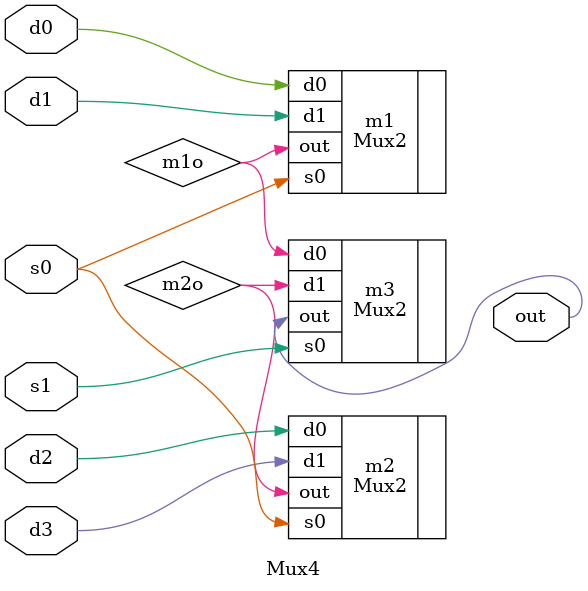
<source format=v>
module Mux4 (input d0,d1,d2,d3,s0,s1,output out);
   //(out, i0, i1, i2, i3, s1, s0);

   // Port declarations from the I/O diagram
   // output out;
   // input  i0, i1, i2, i3;
   // input  s1, s0;

   Mux2 m1 (.d0(d0),.d1(d1),.s0(s0),.out(m1o));
   Mux2 m2 (.d0(d2),.d1(d3),.s0(s0),.out(m2o));
   Mux2 m3 (.d0(m1o),.d1(m2o),.s0(s1),.out(out));
   
   
   //Old impl:
   // Internal wire declarations
   //wire   s1n, s0n;
   //wire   y0, y1, y2, y3;
   
   // // Gate instantiations

   // // Create s1n and s0n signals.
   // not (s1n, s1);
   // not (s0n, s0);

   // // 3-input and gates instantiated
   // and (y0, i0, s1n, s0n);
   // and (y1, i1, s1n, s0);
   // and (y2, i2, s1, s0n);
   // and (y3, i3, s1, s0);

   // // 4-input or gate instantiated
   // or (out, y0, y1, y2, y3);

endmodule

</source>
